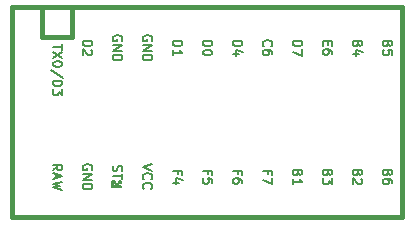
<source format=gbr>
G04 #@! TF.GenerationSoftware,KiCad,Pcbnew,5.1.10-88a1d61d58~88~ubuntu18.04.1*
G04 #@! TF.CreationDate,2022-03-10T08:37:22-06:00*
G04 #@! TF.ProjectId,keyboard,6b657962-6f61-4726-942e-6b696361645f,rev?*
G04 #@! TF.SameCoordinates,Original*
G04 #@! TF.FileFunction,Legend,Top*
G04 #@! TF.FilePolarity,Positive*
%FSLAX46Y46*%
G04 Gerber Fmt 4.6, Leading zero omitted, Abs format (unit mm)*
G04 Created by KiCad (PCBNEW 5.1.10-88a1d61d58~88~ubuntu18.04.1) date 2022-03-10 08:37:22*
%MOMM*%
%LPD*%
G01*
G04 APERTURE LIST*
%ADD10C,0.381000*%
%ADD11C,0.150000*%
G04 APERTURE END LIST*
D10*
X-10478200Y7143700D02*
X-10478200Y9683700D01*
X-13018200Y-8096300D02*
X-13018200Y9683700D01*
X-13018200Y9683700D02*
X20001800Y9683700D01*
X20001800Y9683700D02*
X20001800Y-8096300D01*
X20001800Y-8096300D02*
X-13018200Y-8096300D01*
D11*
G36*
X-4589170Y-5050935D02*
G01*
X-4489170Y-5050935D01*
X-4489170Y-5550935D01*
X-4589170Y-5550935D01*
X-4589170Y-5050935D01*
G37*
X-4589170Y-5050935D02*
X-4489170Y-5050935D01*
X-4489170Y-5550935D01*
X-4589170Y-5550935D01*
X-4589170Y-5050935D01*
G36*
X-4589170Y-5050935D02*
G01*
X-4289170Y-5050935D01*
X-4289170Y-5150935D01*
X-4589170Y-5150935D01*
X-4589170Y-5050935D01*
G37*
X-4589170Y-5050935D02*
X-4289170Y-5050935D01*
X-4289170Y-5150935D01*
X-4589170Y-5150935D01*
X-4589170Y-5050935D01*
G36*
X-3989170Y-5050935D02*
G01*
X-3789170Y-5050935D01*
X-3789170Y-5150935D01*
X-3989170Y-5150935D01*
X-3989170Y-5050935D01*
G37*
X-3989170Y-5050935D02*
X-3789170Y-5050935D01*
X-3789170Y-5150935D01*
X-3989170Y-5150935D01*
X-3989170Y-5050935D01*
G36*
X-4589170Y-5450935D02*
G01*
X-3789170Y-5450935D01*
X-3789170Y-5550935D01*
X-4589170Y-5550935D01*
X-4589170Y-5450935D01*
G37*
X-4589170Y-5450935D02*
X-3789170Y-5450935D01*
X-3789170Y-5550935D01*
X-4589170Y-5550935D01*
X-4589170Y-5450935D01*
G36*
X-4189170Y-5250935D02*
G01*
X-4089170Y-5250935D01*
X-4089170Y-5350935D01*
X-4189170Y-5350935D01*
X-4189170Y-5250935D01*
G37*
X-4189170Y-5250935D02*
X-4089170Y-5250935D01*
X-4089170Y-5350935D01*
X-4189170Y-5350935D01*
X-4189170Y-5250935D01*
D10*
X-10478200Y7143700D02*
X-7938200Y7143700D01*
X-7938200Y7143700D02*
X-7938200Y9683700D01*
D11*
X-4472009Y-3712966D02*
X-4510104Y-3827252D01*
X-4510104Y-4017728D01*
X-4472009Y-4093919D01*
X-4433914Y-4132014D01*
X-4357723Y-4170109D01*
X-4281533Y-4170109D01*
X-4205342Y-4132014D01*
X-4167247Y-4093919D01*
X-4129152Y-4017728D01*
X-4091057Y-3865347D01*
X-4052961Y-3789157D01*
X-4014866Y-3751061D01*
X-3938676Y-3712966D01*
X-3862485Y-3712966D01*
X-3786295Y-3751061D01*
X-3748200Y-3789157D01*
X-3710104Y-3865347D01*
X-3710104Y-4055823D01*
X-3748200Y-4170109D01*
X-3710104Y-4398680D02*
X-3710104Y-4855823D01*
X-4510104Y-4627252D02*
X-3710104Y-4627252D01*
X-8770104Y6556048D02*
X-8770104Y6098905D01*
X-9570104Y6327476D02*
X-8770104Y6327476D01*
X-8770104Y5908429D02*
X-9570104Y5375095D01*
X-8770104Y5375095D02*
X-9570104Y5908429D01*
X-8770104Y4917952D02*
X-8770104Y4841762D01*
X-8808200Y4765572D01*
X-8846295Y4727476D01*
X-8922485Y4689381D01*
X-9074866Y4651286D01*
X-9265342Y4651286D01*
X-9417723Y4689381D01*
X-9493914Y4727476D01*
X-9532009Y4765572D01*
X-9570104Y4841762D01*
X-9570104Y4917952D01*
X-9532009Y4994143D01*
X-9493914Y5032238D01*
X-9417723Y5070333D01*
X-9265342Y5108429D01*
X-9074866Y5108429D01*
X-8922485Y5070333D01*
X-8846295Y5032238D01*
X-8808200Y4994143D01*
X-8770104Y4917952D01*
X-8732009Y3737000D02*
X-9760580Y4422714D01*
X-9570104Y3470333D02*
X-8770104Y3470333D01*
X-8770104Y3279857D01*
X-8808200Y3165572D01*
X-8884390Y3089381D01*
X-8960580Y3051286D01*
X-9112961Y3013191D01*
X-9227247Y3013191D01*
X-9379628Y3051286D01*
X-9455819Y3089381D01*
X-9532009Y3165572D01*
X-9570104Y3279857D01*
X-9570104Y3470333D01*
X-8770104Y2746524D02*
X-8770104Y2251286D01*
X-9074866Y2517952D01*
X-9074866Y2403667D01*
X-9112961Y2327476D01*
X-9151057Y2289381D01*
X-9227247Y2251286D01*
X-9417723Y2251286D01*
X-9493914Y2289381D01*
X-9532009Y2327476D01*
X-9570104Y2403667D01*
X-9570104Y2632238D01*
X-9532009Y2708429D01*
X-9493914Y2746524D01*
X16248942Y-4343490D02*
X16210847Y-4457776D01*
X16172752Y-4495871D01*
X16096561Y-4533966D01*
X15982276Y-4533966D01*
X15906085Y-4495871D01*
X15867990Y-4457776D01*
X15829895Y-4381585D01*
X15829895Y-4076823D01*
X16629895Y-4076823D01*
X16629895Y-4343490D01*
X16591800Y-4419680D01*
X16553704Y-4457776D01*
X16477514Y-4495871D01*
X16401323Y-4495871D01*
X16325133Y-4457776D01*
X16287038Y-4419680D01*
X16248942Y-4343490D01*
X16248942Y-4076823D01*
X16553704Y-4838728D02*
X16591800Y-4876823D01*
X16629895Y-4953014D01*
X16629895Y-5143490D01*
X16591800Y-5219680D01*
X16553704Y-5257776D01*
X16477514Y-5295871D01*
X16401323Y-5295871D01*
X16287038Y-5257776D01*
X15829895Y-4800633D01*
X15829895Y-5295871D01*
X8628942Y-4400633D02*
X8628942Y-4133966D01*
X8209895Y-4133966D02*
X9009895Y-4133966D01*
X9009895Y-4514919D01*
X9009895Y-4743490D02*
X9009895Y-5276823D01*
X8209895Y-4933966D01*
X6088942Y-4400633D02*
X6088942Y-4133966D01*
X5669895Y-4133966D02*
X6469895Y-4133966D01*
X6469895Y-4514919D01*
X6469895Y-5162538D02*
X6469895Y-5010157D01*
X6431800Y-4933966D01*
X6393704Y-4895871D01*
X6279419Y-4819680D01*
X6127038Y-4781585D01*
X5822276Y-4781585D01*
X5746085Y-4819680D01*
X5707990Y-4857776D01*
X5669895Y-4933966D01*
X5669895Y-5086347D01*
X5707990Y-5162538D01*
X5746085Y-5200633D01*
X5822276Y-5238728D01*
X6012752Y-5238728D01*
X6088942Y-5200633D01*
X6127038Y-5162538D01*
X6165133Y-5086347D01*
X6165133Y-4933966D01*
X6127038Y-4857776D01*
X6088942Y-4819680D01*
X6012752Y-4781585D01*
X3548942Y-4400633D02*
X3548942Y-4133966D01*
X3129895Y-4133966D02*
X3929895Y-4133966D01*
X3929895Y-4514919D01*
X3929895Y-5200633D02*
X3929895Y-4819680D01*
X3548942Y-4781585D01*
X3587038Y-4819680D01*
X3625133Y-4895871D01*
X3625133Y-5086347D01*
X3587038Y-5162538D01*
X3548942Y-5200633D01*
X3472752Y-5238728D01*
X3282276Y-5238728D01*
X3206085Y-5200633D01*
X3167990Y-5162538D01*
X3129895Y-5086347D01*
X3129895Y-4895871D01*
X3167990Y-4819680D01*
X3206085Y-4781585D01*
X-9570104Y-4114919D02*
X-9189152Y-3848252D01*
X-9570104Y-3657776D02*
X-8770104Y-3657776D01*
X-8770104Y-3962538D01*
X-8808200Y-4038728D01*
X-8846295Y-4076823D01*
X-8922485Y-4114919D01*
X-9036771Y-4114919D01*
X-9112961Y-4076823D01*
X-9151057Y-4038728D01*
X-9189152Y-3962538D01*
X-9189152Y-3657776D01*
X-9341533Y-4419680D02*
X-9341533Y-4800633D01*
X-9570104Y-4343490D02*
X-8770104Y-4610157D01*
X-9570104Y-4876823D01*
X-8770104Y-5067300D02*
X-9570104Y-5257776D01*
X-8998676Y-5410157D01*
X-9570104Y-5562538D01*
X-8770104Y-5753014D01*
X-6268200Y-4057776D02*
X-6230104Y-3981585D01*
X-6230104Y-3867300D01*
X-6268200Y-3753014D01*
X-6344390Y-3676823D01*
X-6420580Y-3638728D01*
X-6572961Y-3600633D01*
X-6687247Y-3600633D01*
X-6839628Y-3638728D01*
X-6915819Y-3676823D01*
X-6992009Y-3753014D01*
X-7030104Y-3867300D01*
X-7030104Y-3943490D01*
X-6992009Y-4057776D01*
X-6953914Y-4095871D01*
X-6687247Y-4095871D01*
X-6687247Y-3943490D01*
X-7030104Y-4438728D02*
X-6230104Y-4438728D01*
X-7030104Y-4895871D01*
X-6230104Y-4895871D01*
X-7030104Y-5276823D02*
X-6230104Y-5276823D01*
X-6230104Y-5467299D01*
X-6268200Y-5581585D01*
X-6344390Y-5657776D01*
X-6420580Y-5695871D01*
X-6572961Y-5733966D01*
X-6687247Y-5733966D01*
X-6839628Y-5695871D01*
X-6915819Y-5657776D01*
X-6992009Y-5581585D01*
X-7030104Y-5467299D01*
X-7030104Y-5276823D01*
X-1150104Y-3600633D02*
X-1950104Y-3867300D01*
X-1150104Y-4133966D01*
X-1873914Y-4857776D02*
X-1912009Y-4819680D01*
X-1950104Y-4705395D01*
X-1950104Y-4629204D01*
X-1912009Y-4514919D01*
X-1835819Y-4438728D01*
X-1759628Y-4400633D01*
X-1607247Y-4362538D01*
X-1492961Y-4362538D01*
X-1340580Y-4400633D01*
X-1264390Y-4438728D01*
X-1188200Y-4514919D01*
X-1150104Y-4629204D01*
X-1150104Y-4705395D01*
X-1188200Y-4819680D01*
X-1226295Y-4857776D01*
X-1873914Y-5657776D02*
X-1912009Y-5619680D01*
X-1950104Y-5505395D01*
X-1950104Y-5429204D01*
X-1912009Y-5314919D01*
X-1835819Y-5238728D01*
X-1759628Y-5200633D01*
X-1607247Y-5162538D01*
X-1492961Y-5162538D01*
X-1340580Y-5200633D01*
X-1264390Y-5238728D01*
X-1188200Y-5314919D01*
X-1150104Y-5429204D01*
X-1150104Y-5505395D01*
X-1188200Y-5619680D01*
X-1226295Y-5657776D01*
X1008942Y-4400633D02*
X1008942Y-4133966D01*
X589895Y-4133966D02*
X1389895Y-4133966D01*
X1389895Y-4514919D01*
X1123228Y-5162538D02*
X589895Y-5162538D01*
X1427990Y-4972061D02*
X856561Y-4781585D01*
X856561Y-5276823D01*
X11168942Y-4343490D02*
X11130847Y-4457776D01*
X11092752Y-4495871D01*
X11016561Y-4533966D01*
X10902276Y-4533966D01*
X10826085Y-4495871D01*
X10787990Y-4457776D01*
X10749895Y-4381585D01*
X10749895Y-4076823D01*
X11549895Y-4076823D01*
X11549895Y-4343490D01*
X11511800Y-4419680D01*
X11473704Y-4457776D01*
X11397514Y-4495871D01*
X11321323Y-4495871D01*
X11245133Y-4457776D01*
X11207038Y-4419680D01*
X11168942Y-4343490D01*
X11168942Y-4076823D01*
X10749895Y-5295871D02*
X10749895Y-4838728D01*
X10749895Y-5067300D02*
X11549895Y-5067300D01*
X11435609Y-4991109D01*
X11359419Y-4914919D01*
X11321323Y-4838728D01*
X13708942Y-4343490D02*
X13670847Y-4457776D01*
X13632752Y-4495871D01*
X13556561Y-4533966D01*
X13442276Y-4533966D01*
X13366085Y-4495871D01*
X13327990Y-4457776D01*
X13289895Y-4381585D01*
X13289895Y-4076823D01*
X14089895Y-4076823D01*
X14089895Y-4343490D01*
X14051800Y-4419680D01*
X14013704Y-4457776D01*
X13937514Y-4495871D01*
X13861323Y-4495871D01*
X13785133Y-4457776D01*
X13747038Y-4419680D01*
X13708942Y-4343490D01*
X13708942Y-4076823D01*
X14089895Y-4800633D02*
X14089895Y-5295871D01*
X13785133Y-5029204D01*
X13785133Y-5143490D01*
X13747038Y-5219680D01*
X13708942Y-5257776D01*
X13632752Y-5295871D01*
X13442276Y-5295871D01*
X13366085Y-5257776D01*
X13327990Y-5219680D01*
X13289895Y-5143490D01*
X13289895Y-4914919D01*
X13327990Y-4838728D01*
X13366085Y-4800633D01*
X18788942Y-4343490D02*
X18750847Y-4457776D01*
X18712752Y-4495871D01*
X18636561Y-4533966D01*
X18522276Y-4533966D01*
X18446085Y-4495871D01*
X18407990Y-4457776D01*
X18369895Y-4381585D01*
X18369895Y-4076823D01*
X19169895Y-4076823D01*
X19169895Y-4343490D01*
X19131800Y-4419680D01*
X19093704Y-4457776D01*
X19017514Y-4495871D01*
X18941323Y-4495871D01*
X18865133Y-4457776D01*
X18827038Y-4419680D01*
X18788942Y-4343490D01*
X18788942Y-4076823D01*
X19169895Y-5219680D02*
X19169895Y-5067300D01*
X19131800Y-4991109D01*
X19093704Y-4953014D01*
X18979419Y-4876823D01*
X18827038Y-4838728D01*
X18522276Y-4838728D01*
X18446085Y-4876823D01*
X18407990Y-4914919D01*
X18369895Y-4991109D01*
X18369895Y-5143490D01*
X18407990Y-5219680D01*
X18446085Y-5257776D01*
X18522276Y-5295871D01*
X18712752Y-5295871D01*
X18788942Y-5257776D01*
X18827038Y-5219680D01*
X18865133Y-5143490D01*
X18865133Y-4991109D01*
X18827038Y-4914919D01*
X18788942Y-4876823D01*
X18712752Y-4838728D01*
X18788942Y6578509D02*
X18750847Y6464223D01*
X18712752Y6426128D01*
X18636561Y6388033D01*
X18522276Y6388033D01*
X18446085Y6426128D01*
X18407990Y6464223D01*
X18369895Y6540414D01*
X18369895Y6845176D01*
X19169895Y6845176D01*
X19169895Y6578509D01*
X19131800Y6502319D01*
X19093704Y6464223D01*
X19017514Y6426128D01*
X18941323Y6426128D01*
X18865133Y6464223D01*
X18827038Y6502319D01*
X18788942Y6578509D01*
X18788942Y6845176D01*
X19169895Y5664223D02*
X19169895Y6045176D01*
X18788942Y6083271D01*
X18827038Y6045176D01*
X18865133Y5968985D01*
X18865133Y5778509D01*
X18827038Y5702319D01*
X18788942Y5664223D01*
X18712752Y5626128D01*
X18522276Y5626128D01*
X18446085Y5664223D01*
X18407990Y5702319D01*
X18369895Y5778509D01*
X18369895Y5968985D01*
X18407990Y6045176D01*
X18446085Y6083271D01*
X16248942Y6578509D02*
X16210847Y6464223D01*
X16172752Y6426128D01*
X16096561Y6388033D01*
X15982276Y6388033D01*
X15906085Y6426128D01*
X15867990Y6464223D01*
X15829895Y6540414D01*
X15829895Y6845176D01*
X16629895Y6845176D01*
X16629895Y6578509D01*
X16591800Y6502319D01*
X16553704Y6464223D01*
X16477514Y6426128D01*
X16401323Y6426128D01*
X16325133Y6464223D01*
X16287038Y6502319D01*
X16248942Y6578509D01*
X16248942Y6845176D01*
X16363228Y5702319D02*
X15829895Y5702319D01*
X16667990Y5892795D02*
X16096561Y6083271D01*
X16096561Y5588033D01*
X13708942Y6807080D02*
X13708942Y6540414D01*
X13289895Y6426128D02*
X13289895Y6807080D01*
X14089895Y6807080D01*
X14089895Y6426128D01*
X14089895Y5740414D02*
X14089895Y5892795D01*
X14051800Y5968985D01*
X14013704Y6007080D01*
X13899419Y6083271D01*
X13747038Y6121366D01*
X13442276Y6121366D01*
X13366085Y6083271D01*
X13327990Y6045176D01*
X13289895Y5968985D01*
X13289895Y5816604D01*
X13327990Y5740414D01*
X13366085Y5702319D01*
X13442276Y5664223D01*
X13632752Y5664223D01*
X13708942Y5702319D01*
X13747038Y5740414D01*
X13785133Y5816604D01*
X13785133Y5968985D01*
X13747038Y6045176D01*
X13708942Y6083271D01*
X13632752Y6121366D01*
X10749895Y6845176D02*
X11549895Y6845176D01*
X11549895Y6654700D01*
X11511800Y6540414D01*
X11435609Y6464223D01*
X11359419Y6426128D01*
X11207038Y6388033D01*
X11092752Y6388033D01*
X10940371Y6426128D01*
X10864180Y6464223D01*
X10787990Y6540414D01*
X10749895Y6654700D01*
X10749895Y6845176D01*
X11549895Y6121366D02*
X11549895Y5588033D01*
X10749895Y5930890D01*
X8286085Y6388033D02*
X8247990Y6426128D01*
X8209895Y6540414D01*
X8209895Y6616604D01*
X8247990Y6730890D01*
X8324180Y6807080D01*
X8400371Y6845176D01*
X8552752Y6883271D01*
X8667038Y6883271D01*
X8819419Y6845176D01*
X8895609Y6807080D01*
X8971800Y6730890D01*
X9009895Y6616604D01*
X9009895Y6540414D01*
X8971800Y6426128D01*
X8933704Y6388033D01*
X9009895Y5702319D02*
X9009895Y5854700D01*
X8971800Y5930890D01*
X8933704Y5968985D01*
X8819419Y6045176D01*
X8667038Y6083271D01*
X8362276Y6083271D01*
X8286085Y6045176D01*
X8247990Y6007080D01*
X8209895Y5930890D01*
X8209895Y5778509D01*
X8247990Y5702319D01*
X8286085Y5664223D01*
X8362276Y5626128D01*
X8552752Y5626128D01*
X8628942Y5664223D01*
X8667038Y5702319D01*
X8705133Y5778509D01*
X8705133Y5930890D01*
X8667038Y6007080D01*
X8628942Y6045176D01*
X8552752Y6083271D01*
X5669895Y6845176D02*
X6469895Y6845176D01*
X6469895Y6654700D01*
X6431800Y6540414D01*
X6355609Y6464223D01*
X6279419Y6426128D01*
X6127038Y6388033D01*
X6012752Y6388033D01*
X5860371Y6426128D01*
X5784180Y6464223D01*
X5707990Y6540414D01*
X5669895Y6654700D01*
X5669895Y6845176D01*
X6203228Y5702319D02*
X5669895Y5702319D01*
X6507990Y5892795D02*
X5936561Y6083271D01*
X5936561Y5588033D01*
X-3728200Y6864223D02*
X-3690104Y6940414D01*
X-3690104Y7054700D01*
X-3728200Y7168985D01*
X-3804390Y7245176D01*
X-3880580Y7283271D01*
X-4032961Y7321366D01*
X-4147247Y7321366D01*
X-4299628Y7283271D01*
X-4375819Y7245176D01*
X-4452009Y7168985D01*
X-4490104Y7054700D01*
X-4490104Y6978509D01*
X-4452009Y6864223D01*
X-4413914Y6826128D01*
X-4147247Y6826128D01*
X-4147247Y6978509D01*
X-4490104Y6483271D02*
X-3690104Y6483271D01*
X-4490104Y6026128D01*
X-3690104Y6026128D01*
X-4490104Y5645176D02*
X-3690104Y5645176D01*
X-3690104Y5454700D01*
X-3728200Y5340414D01*
X-3804390Y5264223D01*
X-3880580Y5226128D01*
X-4032961Y5188033D01*
X-4147247Y5188033D01*
X-4299628Y5226128D01*
X-4375819Y5264223D01*
X-4452009Y5340414D01*
X-4490104Y5454700D01*
X-4490104Y5645176D01*
X-1188200Y6864223D02*
X-1150104Y6940414D01*
X-1150104Y7054700D01*
X-1188200Y7168985D01*
X-1264390Y7245176D01*
X-1340580Y7283271D01*
X-1492961Y7321366D01*
X-1607247Y7321366D01*
X-1759628Y7283271D01*
X-1835819Y7245176D01*
X-1912009Y7168985D01*
X-1950104Y7054700D01*
X-1950104Y6978509D01*
X-1912009Y6864223D01*
X-1873914Y6826128D01*
X-1607247Y6826128D01*
X-1607247Y6978509D01*
X-1950104Y6483271D02*
X-1150104Y6483271D01*
X-1950104Y6026128D01*
X-1150104Y6026128D01*
X-1950104Y5645176D02*
X-1150104Y5645176D01*
X-1150104Y5454700D01*
X-1188200Y5340414D01*
X-1264390Y5264223D01*
X-1340580Y5226128D01*
X-1492961Y5188033D01*
X-1607247Y5188033D01*
X-1759628Y5226128D01*
X-1835819Y5264223D01*
X-1912009Y5340414D01*
X-1950104Y5454700D01*
X-1950104Y5645176D01*
X589895Y6845176D02*
X1389895Y6845176D01*
X1389895Y6654700D01*
X1351800Y6540414D01*
X1275609Y6464223D01*
X1199419Y6426128D01*
X1047038Y6388033D01*
X932752Y6388033D01*
X780371Y6426128D01*
X704180Y6464223D01*
X627990Y6540414D01*
X589895Y6654700D01*
X589895Y6845176D01*
X589895Y5626128D02*
X589895Y6083271D01*
X589895Y5854700D02*
X1389895Y5854700D01*
X1275609Y5930890D01*
X1199419Y6007080D01*
X1161323Y6083271D01*
X3129895Y6845176D02*
X3929895Y6845176D01*
X3929895Y6654700D01*
X3891800Y6540414D01*
X3815609Y6464223D01*
X3739419Y6426128D01*
X3587038Y6388033D01*
X3472752Y6388033D01*
X3320371Y6426128D01*
X3244180Y6464223D01*
X3167990Y6540414D01*
X3129895Y6654700D01*
X3129895Y6845176D01*
X3929895Y5892795D02*
X3929895Y5816604D01*
X3891800Y5740414D01*
X3853704Y5702319D01*
X3777514Y5664223D01*
X3625133Y5626128D01*
X3434657Y5626128D01*
X3282276Y5664223D01*
X3206085Y5702319D01*
X3167990Y5740414D01*
X3129895Y5816604D01*
X3129895Y5892795D01*
X3167990Y5968985D01*
X3206085Y6007080D01*
X3282276Y6045176D01*
X3434657Y6083271D01*
X3625133Y6083271D01*
X3777514Y6045176D01*
X3853704Y6007080D01*
X3891800Y5968985D01*
X3929895Y5892795D01*
X-7030104Y6845176D02*
X-6230104Y6845176D01*
X-6230104Y6654700D01*
X-6268200Y6540414D01*
X-6344390Y6464223D01*
X-6420580Y6426128D01*
X-6572961Y6388033D01*
X-6687247Y6388033D01*
X-6839628Y6426128D01*
X-6915819Y6464223D01*
X-6992009Y6540414D01*
X-7030104Y6654700D01*
X-7030104Y6845176D01*
X-6306295Y6083271D02*
X-6268200Y6045176D01*
X-6230104Y5968985D01*
X-6230104Y5778509D01*
X-6268200Y5702319D01*
X-6306295Y5664223D01*
X-6382485Y5626128D01*
X-6458676Y5626128D01*
X-6572961Y5664223D01*
X-7030104Y6121366D01*
X-7030104Y5626128D01*
M02*

</source>
